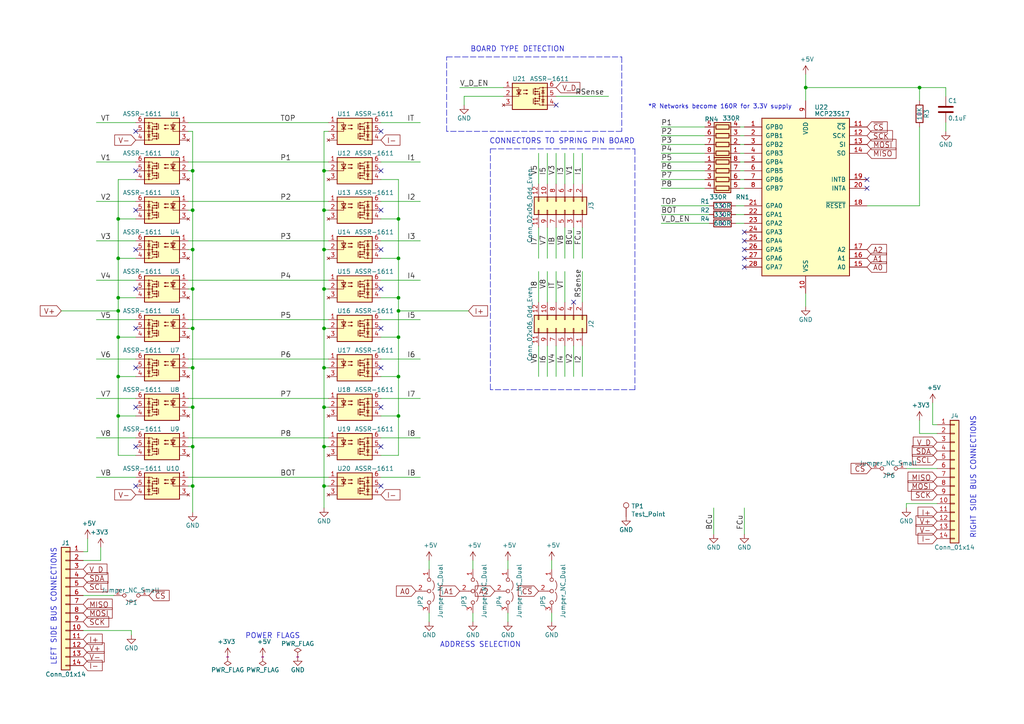
<source format=kicad_sch>
(kicad_sch (version 20210126) (generator eeschema)
  (paper "A4")
  (lib_symbols
    (symbol "Connector:TestPoint" (pin_numbers hide) (pin_names (offset 0.762) hide)
      (property "Reference" "TP" (at 0 6.858 0))
      (property "Value" "TestPoint" (at 0 5.08 0))
      (symbol "TestPoint_1_1"
        (pin passive line (at 0 0 90) (length 2.54) (name "1") (number "1"))
      )
    )
    (symbol "Connector_Generic:Conn_01x14" (pin_names (offset 1.016) hide)
      (property "Reference" "J" (at 0 17.78 0))
      (property "Value" "Conn_01x14" (at 0 -20.32 0))
      (symbol "Conn_01x14_1_1"
        (pin passive line (at -5.08 15.24 0) (length 3.81) (name "Pin_1") (number "1"))
        (pin passive line (at -5.08 -7.62 0) (length 3.81) (name "Pin_10") (number "10"))
        (pin passive line (at -5.08 -10.16 0) (length 3.81) (name "Pin_11") (number "11"))
        (pin passive line (at -5.08 -12.7 0) (length 3.81) (name "Pin_12") (number "12"))
        (pin passive line (at -5.08 -15.24 0) (length 3.81) (name "Pin_13") (number "13"))
        (pin passive line (at -5.08 -17.78 0) (length 3.81) (name "Pin_14") (number "14"))
        (pin passive line (at -5.08 12.7 0) (length 3.81) (name "Pin_2") (number "2"))
        (pin passive line (at -5.08 10.16 0) (length 3.81) (name "Pin_3") (number "3"))
        (pin passive line (at -5.08 7.62 0) (length 3.81) (name "Pin_4") (number "4"))
        (pin passive line (at -5.08 5.08 0) (length 3.81) (name "Pin_5") (number "5"))
        (pin passive line (at -5.08 2.54 0) (length 3.81) (name "Pin_6") (number "6"))
        (pin passive line (at -5.08 0 0) (length 3.81) (name "Pin_7") (number "7"))
        (pin passive line (at -5.08 -2.54 0) (length 3.81) (name "Pin_8") (number "8"))
        (pin passive line (at -5.08 -5.08 0) (length 3.81) (name "Pin_9") (number "9"))
      )
    )
    (symbol "Connector_Generic:Conn_02x06_Odd_Even" (pin_names (offset 1.016) hide)
      (property "Reference" "J" (at 1.27 7.62 0))
      (property "Value" "Conn_02x06_Odd_Even" (at 1.27 -10.16 0))
      (symbol "Conn_02x06_Odd_Even_1_1"
        (pin passive line (at -5.08 5.08 0) (length 3.81) (name "Pin_1") (number "1"))
        (pin passive line (at 7.62 -5.08 180) (length 3.81) (name "Pin_10") (number "10"))
        (pin passive line (at -5.08 -7.62 0) (length 3.81) (name "Pin_11") (number "11"))
        (pin passive line (at 7.62 -7.62 180) (length 3.81) (name "Pin_12") (number "12"))
        (pin passive line (at 7.62 5.08 180) (length 3.81) (name "Pin_2") (number "2"))
        (pin passive line (at -5.08 2.54 0) (length 3.81) (name "Pin_3") (number "3"))
        (pin passive line (at 7.62 2.54 180) (length 3.81) (name "Pin_4") (number "4"))
        (pin passive line (at -5.08 0 0) (length 3.81) (name "Pin_5") (number "5"))
        (pin passive line (at 7.62 0 180) (length 3.81) (name "Pin_6") (number "6"))
        (pin passive line (at -5.08 -2.54 0) (length 3.81) (name "Pin_7") (number "7"))
        (pin passive line (at 7.62 -2.54 180) (length 3.81) (name "Pin_8") (number "8"))
        (pin passive line (at -5.08 -5.08 0) (length 3.81) (name "Pin_9") (number "9"))
      )
    )
    (symbol "Device:C" (pin_numbers hide) (pin_names (offset 0.254))
      (property "Reference" "C" (at 0.635 2.54 0))
      (property "Value" "C" (at 0.635 -2.54 0))
      (symbol "C_1_1"
        (pin passive line (at 0 3.81 270) (length 2.794) (name "~") (number "1"))
        (pin passive line (at 0 -3.81 90) (length 2.794) (name "~") (number "2"))
      )
    )
    (symbol "Device:R" (pin_numbers hide) (pin_names (offset 0))
      (property "Reference" "R" (at 2.032 0 90))
      (property "Value" "R" (at 0 0 90))
      (symbol "R_1_1"
        (pin passive line (at 0 3.81 270) (length 1.27) (name "~") (number "1"))
        (pin passive line (at 0 -3.81 90) (length 1.27) (name "~") (number "2"))
      )
    )
    (symbol "Device:R_Pack04" (pin_names (offset 0) hide)
      (property "Reference" "RN" (at -7.62 0 90))
      (property "Value" "R_Pack04" (at 5.08 0 90))
      (symbol "R_Pack04_1_1"
        (pin passive line (at -5.08 -5.08 90) (length 2.54) (name "R1.1") (number "1"))
        (pin passive line (at -2.54 -5.08 90) (length 2.54) (name "R2.1") (number "2"))
        (pin passive line (at 0 -5.08 90) (length 2.54) (name "R3.1") (number "3"))
        (pin passive line (at 2.54 -5.08 90) (length 2.54) (name "R4.1") (number "4"))
        (pin passive line (at 2.54 5.08 270) (length 2.54) (name "R4.2") (number "5"))
        (pin passive line (at 0 5.08 270) (length 2.54) (name "R3.2") (number "6"))
        (pin passive line (at -2.54 5.08 270) (length 2.54) (name "R2.2") (number "7"))
        (pin passive line (at -5.08 5.08 270) (length 2.54) (name "R1.2") (number "8"))
      )
    )
    (symbol "Interface_Expansion:MCP23S17_SP" (pin_names (offset 1.016))
      (property "Reference" "U" (at -11.43 24.13 0))
      (property "Value" "MCP23S17_SP" (at 0 0 0))
      (symbol "MCP23S17_SP_1_1"
        (pin bidirectional line (at 17.78 20.32 180) (length 5.08) (name "GPB0") (number "1"))
        (pin power_in line (at 0 -27.94 90) (length 5.08) (name "VSS") (number "10"))
        (pin input line (at -17.78 20.32 0) (length 5.08) (name "~CS~") (number "11"))
        (pin input line (at -17.78 17.78 0) (length 5.08) (name "SCK") (number "12"))
        (pin input line (at -17.78 15.24 0) (length 5.08) (name "SI") (number "13"))
        (pin output line (at -17.78 12.7 0) (length 5.08) (name "SO") (number "14"))
        (pin input line (at -17.78 -20.32 0) (length 5.08) (name "A0") (number "15"))
        (pin input line (at -17.78 -17.78 0) (length 5.08) (name "A1") (number "16"))
        (pin input line (at -17.78 -15.24 0) (length 5.08) (name "A2") (number "17"))
        (pin input line (at -17.78 -2.54 0) (length 5.08) (name "~RESET~") (number "18"))
        (pin tri_state line (at -17.78 5.08 0) (length 5.08) (name "INTB") (number "19"))
        (pin bidirectional line (at 17.78 17.78 180) (length 5.08) (name "GPB1") (number "2"))
        (pin tri_state line (at -17.78 2.54 0) (length 5.08) (name "INTA") (number "20"))
        (pin bidirectional line (at 17.78 -2.54 180) (length 5.08) (name "GPA0") (number "21"))
        (pin bidirectional line (at 17.78 -5.08 180) (length 5.08) (name "GPA1") (number "22"))
        (pin bidirectional line (at 17.78 -7.62 180) (length 5.08) (name "GPA2") (number "23"))
        (pin bidirectional line (at 17.78 -10.16 180) (length 5.08) (name "GPA3") (number "24"))
        (pin bidirectional line (at 17.78 -12.7 180) (length 5.08) (name "GPA4") (number "25"))
        (pin bidirectional line (at 17.78 -15.24 180) (length 5.08) (name "GPA5") (number "26"))
        (pin bidirectional line (at 17.78 -17.78 180) (length 5.08) (name "GPA6") (number "27"))
        (pin bidirectional line (at 17.78 -20.32 180) (length 5.08) (name "GPA7") (number "28"))
        (pin bidirectional line (at 17.78 15.24 180) (length 5.08) (name "GPB2") (number "3"))
        (pin bidirectional line (at 17.78 12.7 180) (length 5.08) (name "GPB3") (number "4"))
        (pin bidirectional line (at 17.78 10.16 180) (length 5.08) (name "GPB4") (number "5"))
        (pin bidirectional line (at 17.78 7.62 180) (length 5.08) (name "GPB5") (number "6"))
        (pin bidirectional line (at 17.78 5.08 180) (length 5.08) (name "GPB6") (number "7"))
        (pin bidirectional line (at 17.78 2.54 180) (length 5.08) (name "GPB7") (number "8"))
        (pin power_in line (at 0 27.94 270) (length 5.08) (name "VDD") (number "9"))
      )
    )
    (symbol "Jumper:Jumper_2_Open" (pin_names (offset 0) hide)
      (property "Reference" "JP" (at 0 2.794 0))
      (property "Value" "Jumper_2_Open" (at 0 -2.286 0))
      (symbol "Jumper_2_Open_1_1"
        (pin passive line (at -5.08 0 0) (length 2.54) (name "A") (number "1"))
        (pin passive line (at 5.08 0 180) (length 2.54) (name "B") (number "2"))
      )
    )
    (symbol "Jumper:Jumper_3_Open" (pin_names (offset 0) hide)
      (property "Reference" "JP" (at -2.54 -2.54 0))
      (property "Value" "Jumper_3_Open" (at 0 2.794 0))
      (symbol "Jumper_3_Open_1_1"
        (pin passive line (at -6.35 0 0) (length 2.54) (name "A") (number "1"))
        (pin input line (at 0 -3.81 90) (length 2.54) (name "C") (number "2"))
        (pin passive line (at 6.35 0 180) (length 2.54) (name "B") (number "3"))
      )
    )
    (symbol "old_parts:ASSR-1611" (pin_names (offset 1.016))
      (property "Reference" "U" (at -5.08 5.08 0))
      (property "Value" "ASSR-1611" (at 0 5.08 0))
      (symbol "ASSR-1611_1_1"
        (pin passive line (at -7.62 2.54 0) (length 2.54) (name "~") (number "1"))
        (pin passive line (at -7.62 0 0) (length 2.54) (name "~") (number "2"))
        (pin no_connect line (at -7.62 -2.54 0) (length 2.54) (name "~") (number "3"))
        (pin passive line (at 7.62 -2.54 180) (length 2.54) (name "~") (number "4"))
        (pin passive line (at 7.62 0 180) (length 2.54) (name "~") (number "5"))
        (pin passive line (at 7.62 2.54 180) (length 2.54) (name "~") (number "6"))
      )
    )
    (symbol "power:+3V3" (power) (pin_names (offset 0))
      (property "Value" "+3V3" (at 0 3.556 0))
      (symbol "+3V3_1_1"
        (pin power_in line (at 0 0 90) (length 0) hide (name "+3V3") (number "1"))
      )
    )
    (symbol "power:+5V" (power) (pin_names (offset 0))
      (property "Value" "+5V" (at 0 3.556 0))
      (symbol "+5V_1_1"
        (pin power_in line (at 0 0 90) (length 0) hide (name "+5V") (number "1"))
      )
    )
    (symbol "power:GND" (power) (pin_names (offset 0))
      (property "Value" "GND" (at 0 -3.81 0))
      (symbol "GND_1_1"
        (pin power_in line (at 0 0 270) (length 0) hide (name "GND") (number "1"))
      )
    )
    (symbol "power:PWR_FLAG" (power) (pin_numbers hide) (pin_names (offset 0) hide)
      (property "Value" "PWR_FLAG" (at 0 3.81 0))
      (symbol "PWR_FLAG_0_0"
        (pin power_out line (at 0 0 90) (length 0) (name "pwr") (number "1"))
      )
    )
  )
  (junction (at 34.29 63.5) (diameter 0.9144))
  (junction (at 34.29 74.93) (diameter 0.9144))
  (junction (at 34.29 86.36) (diameter 0.9144))
  (junction (at 34.29 90.17) (diameter 0.9144))
  (junction (at 34.29 97.79) (diameter 0.9144))
  (junction (at 34.29 109.22) (diameter 0.9144))
  (junction (at 34.29 120.65) (diameter 0.9144))
  (junction (at 55.88 49.53) (diameter 0.9144))
  (junction (at 55.88 60.96) (diameter 0.9144))
  (junction (at 55.88 72.39) (diameter 0.9144))
  (junction (at 55.88 83.82) (diameter 0.9144))
  (junction (at 55.88 95.25) (diameter 0.9144))
  (junction (at 55.88 106.68) (diameter 0.9144))
  (junction (at 55.88 118.11) (diameter 0.9144))
  (junction (at 55.88 129.54) (diameter 0.9144))
  (junction (at 55.88 140.97) (diameter 0.9144))
  (junction (at 93.98 49.53) (diameter 0.9144))
  (junction (at 93.98 60.96) (diameter 0.9144))
  (junction (at 93.98 72.39) (diameter 0.9144))
  (junction (at 93.98 83.82) (diameter 0.9144))
  (junction (at 93.98 95.25) (diameter 0.9144))
  (junction (at 93.98 106.68) (diameter 0.9144))
  (junction (at 93.98 118.11) (diameter 0.9144))
  (junction (at 93.98 129.54) (diameter 0.9144))
  (junction (at 93.98 140.97) (diameter 0.9144))
  (junction (at 115.57 63.5) (diameter 0.9144))
  (junction (at 115.57 74.93) (diameter 0.9144))
  (junction (at 115.57 86.36) (diameter 0.9144))
  (junction (at 115.57 90.17) (diameter 0.9144))
  (junction (at 115.57 97.79) (diameter 0.9144))
  (junction (at 115.57 109.22) (diameter 0.9144))
  (junction (at 115.57 120.65) (diameter 0.9144))
  (junction (at 233.68 25.4) (diameter 0.9144))
  (junction (at 266.7 25.4) (diameter 0.9144))
  (no_connect (at 39.37 38.1))
  (no_connect (at 39.37 49.53))
  (no_connect (at 39.37 60.96))
  (no_connect (at 39.37 72.39))
  (no_connect (at 39.37 83.82))
  (no_connect (at 39.37 95.25))
  (no_connect (at 39.37 106.68))
  (no_connect (at 39.37 118.11))
  (no_connect (at 39.37 129.54))
  (no_connect (at 39.37 140.97))
  (no_connect (at 110.49 38.1))
  (no_connect (at 110.49 49.53))
  (no_connect (at 110.49 60.96))
  (no_connect (at 110.49 72.39))
  (no_connect (at 110.49 83.82))
  (no_connect (at 110.49 95.25))
  (no_connect (at 110.49 106.68))
  (no_connect (at 110.49 118.11))
  (no_connect (at 110.49 129.54))
  (no_connect (at 110.49 140.97))
  (no_connect (at 161.29 30.48))
  (no_connect (at 166.37 87.63))
  (no_connect (at 215.9 67.31))
  (no_connect (at 215.9 69.85))
  (no_connect (at 215.9 72.39))
  (no_connect (at 215.9 74.93))
  (no_connect (at 215.9 77.47))
  (no_connect (at 251.46 52.07))
  (no_connect (at 251.46 54.61))
  (wire (pts (xy 17.78 90.17) (xy 34.29 90.17)))
  (wire (pts (xy 24.13 160.02) (xy 25.4 160.02)))
  (wire (pts (xy 24.13 162.56) (xy 29.21 162.56)))
  (wire (pts (xy 24.13 172.72) (xy 33.02 172.72)))
  (wire (pts (xy 24.13 182.88) (xy 38.1 182.88)))
  (wire (pts (xy 25.4 156.21) (xy 25.4 160.02)))
  (wire (pts (xy 29.21 162.56) (xy 29.21 158.75)))
  (wire (pts (xy 34.29 52.07) (xy 34.29 63.5)))
  (wire (pts (xy 34.29 63.5) (xy 34.29 74.93)))
  (wire (pts (xy 34.29 74.93) (xy 34.29 86.36)))
  (wire (pts (xy 34.29 74.93) (xy 39.37 74.93)))
  (wire (pts (xy 34.29 86.36) (xy 34.29 90.17)))
  (wire (pts (xy 34.29 90.17) (xy 34.29 97.79)))
  (wire (pts (xy 34.29 97.79) (xy 34.29 109.22)))
  (wire (pts (xy 34.29 109.22) (xy 34.29 120.65)))
  (wire (pts (xy 34.29 120.65) (xy 34.29 132.08)))
  (wire (pts (xy 34.29 132.08) (xy 39.37 132.08)))
  (wire (pts (xy 38.1 182.88) (xy 38.1 184.15)))
  (wire (pts (xy 39.37 35.56) (xy 27.94 35.56)))
  (wire (pts (xy 39.37 46.99) (xy 27.94 46.99)))
  (wire (pts (xy 39.37 52.07) (xy 34.29 52.07)))
  (wire (pts (xy 39.37 58.42) (xy 27.94 58.42)))
  (wire (pts (xy 39.37 63.5) (xy 34.29 63.5)))
  (wire (pts (xy 39.37 69.85) (xy 27.94 69.85)))
  (wire (pts (xy 39.37 81.28) (xy 27.94 81.28)))
  (wire (pts (xy 39.37 86.36) (xy 34.29 86.36)))
  (wire (pts (xy 39.37 92.71) (xy 27.94 92.71)))
  (wire (pts (xy 39.37 97.79) (xy 34.29 97.79)))
  (wire (pts (xy 39.37 104.14) (xy 27.94 104.14)))
  (wire (pts (xy 39.37 109.22) (xy 34.29 109.22)))
  (wire (pts (xy 39.37 115.57) (xy 27.94 115.57)))
  (wire (pts (xy 39.37 120.65) (xy 34.29 120.65)))
  (wire (pts (xy 39.37 127) (xy 27.94 127)))
  (wire (pts (xy 39.37 138.43) (xy 27.94 138.43)))
  (wire (pts (xy 54.61 35.56) (xy 95.25 35.56)))
  (wire (pts (xy 54.61 46.99) (xy 95.25 46.99)))
  (wire (pts (xy 54.61 58.42) (xy 95.25 58.42)))
  (wire (pts (xy 54.61 69.85) (xy 95.25 69.85)))
  (wire (pts (xy 54.61 81.28) (xy 95.25 81.28)))
  (wire (pts (xy 54.61 92.71) (xy 95.25 92.71)))
  (wire (pts (xy 54.61 95.25) (xy 55.88 95.25)))
  (wire (pts (xy 54.61 104.14) (xy 95.25 104.14)))
  (wire (pts (xy 54.61 115.57) (xy 95.25 115.57)))
  (wire (pts (xy 54.61 127) (xy 95.25 127)))
  (wire (pts (xy 54.61 138.43) (xy 95.25 138.43)))
  (wire (pts (xy 55.88 38.1) (xy 54.61 38.1)))
  (wire (pts (xy 55.88 49.53) (xy 54.61 49.53)))
  (wire (pts (xy 55.88 49.53) (xy 55.88 38.1)))
  (wire (pts (xy 55.88 60.96) (xy 54.61 60.96)))
  (wire (pts (xy 55.88 60.96) (xy 55.88 49.53)))
  (wire (pts (xy 55.88 72.39) (xy 54.61 72.39)))
  (wire (pts (xy 55.88 72.39) (xy 55.88 60.96)))
  (wire (pts (xy 55.88 83.82) (xy 54.61 83.82)))
  (wire (pts (xy 55.88 83.82) (xy 55.88 72.39)))
  (wire (pts (xy 55.88 95.25) (xy 55.88 83.82)))
  (wire (pts (xy 55.88 106.68) (xy 54.61 106.68)))
  (wire (pts (xy 55.88 106.68) (xy 55.88 95.25)))
  (wire (pts (xy 55.88 118.11) (xy 54.61 118.11)))
  (wire (pts (xy 55.88 118.11) (xy 55.88 106.68)))
  (wire (pts (xy 55.88 129.54) (xy 54.61 129.54)))
  (wire (pts (xy 55.88 129.54) (xy 55.88 118.11)))
  (wire (pts (xy 55.88 140.97) (xy 54.61 140.97)))
  (wire (pts (xy 55.88 140.97) (xy 55.88 129.54)))
  (wire (pts (xy 55.88 148.59) (xy 55.88 140.97)))
  (wire (pts (xy 93.98 49.53) (xy 93.98 38.1)))
  (wire (pts (xy 93.98 49.53) (xy 95.25 49.53)))
  (wire (pts (xy 93.98 60.96) (xy 93.98 49.53)))
  (wire (pts (xy 93.98 60.96) (xy 95.25 60.96)))
  (wire (pts (xy 93.98 72.39) (xy 93.98 60.96)))
  (wire (pts (xy 93.98 72.39) (xy 95.25 72.39)))
  (wire (pts (xy 93.98 83.82) (xy 93.98 72.39)))
  (wire (pts (xy 93.98 83.82) (xy 95.25 83.82)))
  (wire (pts (xy 93.98 95.25) (xy 93.98 83.82)))
  (wire (pts (xy 93.98 106.68) (xy 93.98 95.25)))
  (wire (pts (xy 93.98 106.68) (xy 95.25 106.68)))
  (wire (pts (xy 93.98 118.11) (xy 93.98 106.68)))
  (wire (pts (xy 93.98 118.11) (xy 95.25 118.11)))
  (wire (pts (xy 93.98 129.54) (xy 93.98 118.11)))
  (wire (pts (xy 93.98 129.54) (xy 95.25 129.54)))
  (wire (pts (xy 93.98 140.97) (xy 93.98 129.54)))
  (wire (pts (xy 93.98 140.97) (xy 95.25 140.97)))
  (wire (pts (xy 93.98 147.32) (xy 93.98 140.97)))
  (wire (pts (xy 95.25 38.1) (xy 93.98 38.1)))
  (wire (pts (xy 95.25 95.25) (xy 93.98 95.25)))
  (wire (pts (xy 110.49 35.56) (xy 121.92 35.56)))
  (wire (pts (xy 110.49 46.99) (xy 121.92 46.99)))
  (wire (pts (xy 110.49 58.42) (xy 121.92 58.42)))
  (wire (pts (xy 110.49 63.5) (xy 115.57 63.5)))
  (wire (pts (xy 110.49 69.85) (xy 121.92 69.85)))
  (wire (pts (xy 110.49 74.93) (xy 115.57 74.93)))
  (wire (pts (xy 110.49 81.28) (xy 121.92 81.28)))
  (wire (pts (xy 110.49 86.36) (xy 115.57 86.36)))
  (wire (pts (xy 110.49 92.71) (xy 121.92 92.71)))
  (wire (pts (xy 110.49 97.79) (xy 115.57 97.79)))
  (wire (pts (xy 110.49 104.14) (xy 121.92 104.14)))
  (wire (pts (xy 110.49 109.22) (xy 115.57 109.22)))
  (wire (pts (xy 110.49 115.57) (xy 121.92 115.57)))
  (wire (pts (xy 110.49 120.65) (xy 115.57 120.65)))
  (wire (pts (xy 110.49 127) (xy 121.92 127)))
  (wire (pts (xy 110.49 132.08) (xy 115.57 132.08)))
  (wire (pts (xy 110.49 138.43) (xy 121.92 138.43)))
  (wire (pts (xy 115.57 52.07) (xy 110.49 52.07)))
  (wire (pts (xy 115.57 63.5) (xy 115.57 52.07)))
  (wire (pts (xy 115.57 74.93) (xy 115.57 63.5)))
  (wire (pts (xy 115.57 86.36) (xy 115.57 74.93)))
  (wire (pts (xy 115.57 90.17) (xy 115.57 86.36)))
  (wire (pts (xy 115.57 97.79) (xy 115.57 90.17)))
  (wire (pts (xy 115.57 109.22) (xy 115.57 97.79)))
  (wire (pts (xy 115.57 120.65) (xy 115.57 109.22)))
  (wire (pts (xy 115.57 132.08) (xy 115.57 120.65)))
  (wire (pts (xy 124.46 165.1) (xy 124.46 162.56)))
  (wire (pts (xy 124.46 177.8) (xy 124.46 180.34)))
  (wire (pts (xy 134.62 27.94) (xy 134.62 30.48)))
  (wire (pts (xy 134.62 27.94) (xy 146.05 27.94)))
  (wire (pts (xy 135.89 90.17) (xy 115.57 90.17)))
  (wire (pts (xy 137.16 165.1) (xy 137.16 162.56)))
  (wire (pts (xy 137.16 180.34) (xy 137.16 177.8)))
  (wire (pts (xy 146.05 25.4) (xy 133.35 25.4)))
  (wire (pts (xy 147.32 165.1) (xy 147.32 162.56)))
  (wire (pts (xy 147.32 177.8) (xy 147.32 180.34)))
  (wire (pts (xy 156.21 53.34) (xy 156.21 44.45)))
  (wire (pts (xy 156.21 66.04) (xy 156.21 74.93)))
  (wire (pts (xy 156.21 87.63) (xy 156.21 78.74)))
  (wire (pts (xy 156.21 100.33) (xy 156.21 109.22)))
  (wire (pts (xy 158.75 53.34) (xy 158.75 44.45)))
  (wire (pts (xy 158.75 66.04) (xy 158.75 74.93)))
  (wire (pts (xy 158.75 87.63) (xy 158.75 78.74)))
  (wire (pts (xy 158.75 100.33) (xy 158.75 109.22)))
  (wire (pts (xy 160.02 162.56) (xy 160.02 165.1)))
  (wire (pts (xy 160.02 177.8) (xy 160.02 180.34)))
  (wire (pts (xy 161.29 27.94) (xy 176.53 27.94)))
  (wire (pts (xy 161.29 53.34) (xy 161.29 44.45)))
  (wire (pts (xy 161.29 66.04) (xy 161.29 74.93)))
  (wire (pts (xy 161.29 87.63) (xy 161.29 78.74)))
  (wire (pts (xy 161.29 100.33) (xy 161.29 109.22)))
  (wire (pts (xy 163.83 53.34) (xy 163.83 44.45)))
  (wire (pts (xy 163.83 66.04) (xy 163.83 74.93)))
  (wire (pts (xy 163.83 87.63) (xy 163.83 78.74)))
  (wire (pts (xy 163.83 100.33) (xy 163.83 109.22)))
  (wire (pts (xy 166.37 53.34) (xy 166.37 44.45)))
  (wire (pts (xy 166.37 66.04) (xy 166.37 74.93)))
  (wire (pts (xy 166.37 100.33) (xy 166.37 109.22)))
  (wire (pts (xy 168.91 53.34) (xy 168.91 44.45)))
  (wire (pts (xy 168.91 66.04) (xy 168.91 74.93)))
  (wire (pts (xy 168.91 87.63) (xy 168.91 78.74)))
  (wire (pts (xy 168.91 100.33) (xy 168.91 109.22)))
  (wire (pts (xy 191.77 36.83) (xy 204.47 36.83)))
  (wire (pts (xy 191.77 39.37) (xy 204.47 39.37)))
  (wire (pts (xy 191.77 41.91) (xy 204.47 41.91)))
  (wire (pts (xy 191.77 44.45) (xy 204.47 44.45)))
  (wire (pts (xy 191.77 46.99) (xy 204.47 46.99)))
  (wire (pts (xy 191.77 49.53) (xy 204.47 49.53)))
  (wire (pts (xy 191.77 52.07) (xy 204.47 52.07)))
  (wire (pts (xy 191.77 54.61) (xy 204.47 54.61)))
  (wire (pts (xy 191.77 59.69) (xy 205.74 59.69)))
  (wire (pts (xy 191.77 62.23) (xy 205.74 62.23)))
  (wire (pts (xy 191.77 64.77) (xy 205.74 64.77)))
  (wire (pts (xy 207.01 154.94) (xy 207.01 147.32)))
  (wire (pts (xy 213.36 59.69) (xy 215.9 59.69)))
  (wire (pts (xy 213.36 62.23) (xy 215.9 62.23)))
  (wire (pts (xy 213.36 64.77) (xy 215.9 64.77)))
  (wire (pts (xy 215.9 36.83) (xy 214.63 36.83)))
  (wire (pts (xy 215.9 39.37) (xy 214.63 39.37)))
  (wire (pts (xy 215.9 41.91) (xy 214.63 41.91)))
  (wire (pts (xy 215.9 44.45) (xy 214.63 44.45)))
  (wire (pts (xy 215.9 46.99) (xy 214.63 46.99)))
  (wire (pts (xy 215.9 49.53) (xy 214.63 49.53)))
  (wire (pts (xy 215.9 52.07) (xy 214.63 52.07)))
  (wire (pts (xy 215.9 54.61) (xy 214.63 54.61)))
  (wire (pts (xy 215.9 154.94) (xy 215.9 147.32)))
  (wire (pts (xy 233.68 21.59) (xy 233.68 25.4)))
  (wire (pts (xy 233.68 25.4) (xy 233.68 29.21)))
  (wire (pts (xy 233.68 25.4) (xy 266.7 25.4)))
  (wire (pts (xy 233.68 85.09) (xy 233.68 88.9)))
  (wire (pts (xy 251.46 59.69) (xy 266.7 59.69)))
  (wire (pts (xy 262.89 135.89) (xy 271.78 135.89)))
  (wire (pts (xy 262.89 146.05) (xy 262.89 147.32)))
  (wire (pts (xy 262.89 146.05) (xy 271.78 146.05)))
  (wire (pts (xy 266.7 25.4) (xy 274.32 25.4)))
  (wire (pts (xy 266.7 29.21) (xy 266.7 25.4)))
  (wire (pts (xy 266.7 36.83) (xy 266.7 59.69)))
  (wire (pts (xy 266.7 125.73) (xy 266.7 121.92)))
  (wire (pts (xy 270.51 116.84) (xy 270.51 123.19)))
  (wire (pts (xy 271.78 123.19) (xy 270.51 123.19)))
  (wire (pts (xy 271.78 125.73) (xy 266.7 125.73)))
  (wire (pts (xy 274.32 25.4) (xy 274.32 27.94)))
  (wire (pts (xy 274.32 35.56) (xy 274.32 38.1)))
  (polyline (pts (xy 129.54 16.51) (xy 180.34 16.51)) (stroke (width 0) (type dash)))
  (polyline (pts (xy 129.54 38.1) (xy 129.54 16.51)) (stroke (width 0) (type dash)))
  (polyline (pts (xy 142.24 43.18) (xy 184.15 43.18)) (stroke (width 0) (type dash)))
  (polyline (pts (xy 142.24 113.03) (xy 142.24 43.18)) (stroke (width 0) (type dash)))
  (polyline (pts (xy 180.34 16.51) (xy 180.34 38.1)) (stroke (width 0) (type dash)))
  (polyline (pts (xy 180.34 38.1) (xy 129.54 38.1)) (stroke (width 0) (type dash)))
  (polyline (pts (xy 184.15 43.18) (xy 184.15 113.03)) (stroke (width 0) (type dash)))
  (polyline (pts (xy 184.15 113.03) (xy 142.24 113.03)) (stroke (width 0) (type dash)))
  (text "LEFT SIDE BUS CONNECTIONS" (at 16.51 193.04 90) (effects (font (size 1.524 1.524)) (justify left bottom)))
  (text "POWER FLAGS" (at 71.12 185.42 0) (effects (font (size 1.524 1.524)) (justify left bottom)))
  (text "ADDRESS SELECTION" (at 151.13 187.96 180) (effects (font (size 1.524 1.524)) (justify right bottom)))
  (text "BOARD TYPE DETECTION" (at 163.83 15.24 180) (effects (font (size 1.524 1.524)) (justify right bottom)))
  (text "CONNECTORS TO SPRING PIN BOARD" (at 184.15 41.91 180) (effects (font (size 1.524 1.524)) (justify right bottom)))
  (text "*R Networks become 160R for 3.3V supply" (at 187.96 31.75 0) (effects (font (size 1.27 1.27)) (justify left bottom)))
  (text "RIGHT SIDE BUS CONNECTIONS" (at 283.21 120.65 270) (effects (font (size 1.524 1.524)) (justify right bottom)))
  (label "VT" (at 29.21 35.56 0) (effects (font (size 1.524 1.524))))
  (label "V1" (at 29.21 46.99 0) (effects (font (size 1.524 1.524))))
  (label "V2" (at 29.21 58.42 0) (effects (font (size 1.524 1.524))))
  (label "V3" (at 29.21 69.85 0) (effects (font (size 1.524 1.524))))
  (label "V4" (at 29.21 81.28 0) (effects (font (size 1.524 1.524))))
  (label "V5" (at 29.21 92.71 0) (effects (font (size 1.524 1.524))))
  (label "V6" (at 29.21 104.14 0) (effects (font (size 1.524 1.524))))
  (label "V7" (at 29.21 115.57 0) (effects (font (size 1.524 1.524))))
  (label "V8" (at 29.21 127 0) (effects (font (size 1.524 1.524))))
  (label "VB" (at 29.21 138.43 0) (effects (font (size 1.524 1.524))))
  (label "TOP" (at 81.28 35.56 0) (effects (font (size 1.524 1.524))))
  (label "P1" (at 81.28 46.99 0) (effects (font (size 1.524 1.524))))
  (label "P2" (at 81.28 58.42 0) (effects (font (size 1.524 1.524))))
  (label "P3" (at 81.28 69.85 0) (effects (font (size 1.524 1.524))))
  (label "P4" (at 81.28 81.28 0) (effects (font (size 1.524 1.524))))
  (label "P5" (at 81.28 92.71 0) (effects (font (size 1.524 1.524))))
  (label "P6" (at 81.28 104.14 0) (effects (font (size 1.524 1.524))))
  (label "P7" (at 81.28 115.57 0) (effects (font (size 1.524 1.524))))
  (label "P8" (at 81.28 127 0) (effects (font (size 1.524 1.524))))
  (label "BOT" (at 81.28 138.43 0) (effects (font (size 1.524 1.524))))
  (label "IT" (at 118.11 35.56 0) (effects (font (size 1.524 1.524))))
  (label "I1" (at 118.11 46.99 0) (effects (font (size 1.524 1.524))))
  (label "I2" (at 118.11 58.42 0) (effects (font (size 1.524 1.524))))
  (label "I3" (at 118.11 69.85 0) (effects (font (size 1.524 1.524))))
  (label "I4" (at 118.11 81.28 0) (effects (font (size 1.524 1.524))))
  (label "I5" (at 118.11 92.71 0) (effects (font (size 1.524 1.524))))
  (label "I6" (at 118.11 104.14 0) (effects (font (size 1.524 1.524))))
  (label "I7" (at 118.11 115.57 0) (effects (font (size 1.524 1.524))))
  (label "I8" (at 118.11 127 0) (effects (font (size 1.524 1.524))))
  (label "IB" (at 118.11 138.43 0) (effects (font (size 1.524 1.524))))
  (label "V_D_EN" (at 133.35 25.4 0) (effects (font (size 1.524 1.524))))
  (label "V5" (at 156.21 50.8 90) (effects (font (size 1.524 1.524))))
  (label "I7" (at 156.21 71.12 90) (effects (font (size 1.524 1.524))))
  (label "I8" (at 156.21 83.82 90) (effects (font (size 1.524 1.524))))
  (label "V6" (at 156.21 105.41 90) (effects (font (size 1.524 1.524))))
  (label "I5" (at 158.75 50.8 90) (effects (font (size 1.524 1.524))))
  (label "V7" (at 158.75 71.12 90) (effects (font (size 1.524 1.524))))
  (label "V8" (at 158.75 83.82 90) (effects (font (size 1.524 1.524))))
  (label "I6" (at 158.75 105.41 90) (effects (font (size 1.524 1.524))))
  (label "V3" (at 161.29 50.8 90) (effects (font (size 1.524 1.524))))
  (label "IB" (at 161.29 71.12 90) (effects (font (size 1.524 1.524))))
  (label "IT" (at 161.29 83.82 90) (effects (font (size 1.524 1.524))))
  (label "V4" (at 161.29 105.41 90) (effects (font (size 1.524 1.524))))
  (label "I3" (at 163.83 50.8 90) (effects (font (size 1.524 1.524))))
  (label "VB" (at 163.83 71.12 90) (effects (font (size 1.524 1.524))))
  (label "VT" (at 163.83 83.82 90) (effects (font (size 1.524 1.524))))
  (label "I4" (at 163.83 105.41 90) (effects (font (size 1.524 1.524))))
  (label "V1" (at 166.37 50.8 90) (effects (font (size 1.524 1.524))))
  (label "BCu" (at 166.37 71.12 90) (effects (font (size 1.524 1.524))))
  (label "V2" (at 166.37 105.41 90) (effects (font (size 1.524 1.524))))
  (label "I1" (at 168.91 50.8 90) (effects (font (size 1.524 1.524))))
  (label "FCu" (at 168.91 71.12 90) (effects (font (size 1.524 1.524))))
  (label "RSense" (at 168.91 86.36 90) (effects (font (size 1.524 1.524))))
  (label "I2" (at 168.91 105.41 90) (effects (font (size 1.524 1.524))))
  (label "RSense" (at 175.26 27.94 180) (effects (font (size 1.524 1.524))))
  (label "P1" (at 191.77 36.83 0) (effects (font (size 1.524 1.524))))
  (label "P2" (at 191.77 39.37 0) (effects (font (size 1.524 1.524))))
  (label "P3" (at 191.77 41.91 0) (effects (font (size 1.524 1.524))))
  (label "P4" (at 191.77 44.45 0) (effects (font (size 1.524 1.524))))
  (label "P5" (at 191.77 46.99 0) (effects (font (size 1.524 1.524))))
  (label "P6" (at 191.77 49.53 0) (effects (font (size 1.524 1.524))))
  (label "P7" (at 191.77 52.07 0) (effects (font (size 1.524 1.524))))
  (label "P8" (at 191.77 54.61 0) (effects (font (size 1.524 1.524))))
  (label "TOP" (at 191.77 59.69 0) (effects (font (size 1.524 1.524))))
  (label "BOT" (at 191.77 62.23 0) (effects (font (size 1.524 1.524))))
  (label "V_D_EN" (at 191.77 64.77 0) (effects (font (size 1.524 1.524))))
  (label "BCu" (at 207.01 153.67 90) (effects (font (size 1.524 1.524))))
  (label "FCu" (at 215.9 153.67 90) (effects (font (size 1.524 1.524))))
  (global_label "V+" (shape input) (at 17.78 90.17 180) (effects (font (size 1.524 1.524))) (property "Intersheet References" "${INTERSHEET_REFS}" (effects hide)))
  (global_label "V_D" (shape input) (at 24.13 165.1 0) (effects (font (size 1.524 1.524))) (property "Intersheet References" "${INTERSHEET_REFS}" (effects hide)))
  (global_label "SDA" (shape input) (at 24.13 167.64 0) (effects (font (size 1.524 1.524))) (property "Intersheet References" "${INTERSHEET_REFS}" (effects hide)))
  (global_label "SCL" (shape input) (at 24.13 170.18 0) (effects (font (size 1.524 1.524))) (property "Intersheet References" "${INTERSHEET_REFS}" (effects hide)))
  (global_label "MISO" (shape input) (at 24.13 175.26 0) (effects (font (size 1.524 1.524))) (property "Intersheet References" "${INTERSHEET_REFS}" (effects hide)))
  (global_label "MOSI" (shape input) (at 24.13 177.8 0) (effects (font (size 1.524 1.524))) (property "Intersheet References" "${INTERSHEET_REFS}" (effects hide)))
  (global_label "SCK" (shape input) (at 24.13 180.34 0) (effects (font (size 1.524 1.524))) (property "Intersheet References" "${INTERSHEET_REFS}" (effects hide)))
  (global_label "I+" (shape input) (at 24.13 185.42 0) (effects (font (size 1.524 1.524))) (property "Intersheet References" "${INTERSHEET_REFS}" (effects hide)))
  (global_label "V+" (shape input) (at 24.13 187.96 0) (effects (font (size 1.524 1.524))) (property "Intersheet References" "${INTERSHEET_REFS}" (effects hide)))
  (global_label "V-" (shape input) (at 24.13 190.5 0) (effects (font (size 1.524 1.524))) (property "Intersheet References" "${INTERSHEET_REFS}" (effects hide)))
  (global_label "I-" (shape input) (at 24.13 193.04 0) (effects (font (size 1.524 1.524))) (property "Intersheet References" "${INTERSHEET_REFS}" (effects hide)))
  (global_label "V-" (shape input) (at 39.37 40.64 180) (effects (font (size 1.524 1.524))) (property "Intersheet References" "${INTERSHEET_REFS}" (effects hide)))
  (global_label "V-" (shape input) (at 39.37 143.51 180) (effects (font (size 1.524 1.524))) (property "Intersheet References" "${INTERSHEET_REFS}" (effects hide)))
  (global_label "~CS" (shape input) (at 43.18 172.72 0) (effects (font (size 1.524 1.524))) (property "Intersheet References" "${INTERSHEET_REFS}" (effects hide)))
  (global_label "I-" (shape input) (at 110.49 40.64 0) (effects (font (size 1.524 1.524))) (property "Intersheet References" "${INTERSHEET_REFS}" (effects hide)))
  (global_label "I-" (shape input) (at 110.49 143.51 0) (effects (font (size 1.524 1.524))) (property "Intersheet References" "${INTERSHEET_REFS}" (effects hide)))
  (global_label "A0" (shape input) (at 120.65 171.45 180) (effects (font (size 1.524 1.524))) (property "Intersheet References" "${INTERSHEET_REFS}" (effects hide)))
  (global_label "A1" (shape input) (at 133.35 171.45 180) (effects (font (size 1.524 1.524))) (property "Intersheet References" "${INTERSHEET_REFS}" (effects hide)))
  (global_label "I+" (shape input) (at 135.89 90.17 0) (effects (font (size 1.524 1.524))) (property "Intersheet References" "${INTERSHEET_REFS}" (effects hide)))
  (global_label "A2" (shape input) (at 143.51 171.45 180) (effects (font (size 1.524 1.524))) (property "Intersheet References" "${INTERSHEET_REFS}" (effects hide)))
  (global_label "~CS" (shape input) (at 156.21 171.45 180) (effects (font (size 1.524 1.524))) (property "Intersheet References" "${INTERSHEET_REFS}" (effects hide)))
  (global_label "V_D" (shape input) (at 161.29 25.4 0) (effects (font (size 1.524 1.524))) (property "Intersheet References" "${INTERSHEET_REFS}" (effects hide)))
  (global_label "~CS" (shape input) (at 251.46 36.83 0) (effects (font (size 1.524 1.524))) (property "Intersheet References" "${INTERSHEET_REFS}" (effects hide)))
  (global_label "SCK" (shape input) (at 251.46 39.37 0) (effects (font (size 1.524 1.524))) (property "Intersheet References" "${INTERSHEET_REFS}" (effects hide)))
  (global_label "MOSI" (shape input) (at 251.46 41.91 0) (effects (font (size 1.524 1.524))) (property "Intersheet References" "${INTERSHEET_REFS}" (effects hide)))
  (global_label "MISO" (shape input) (at 251.46 44.45 0) (effects (font (size 1.524 1.524))) (property "Intersheet References" "${INTERSHEET_REFS}" (effects hide)))
  (global_label "A2" (shape input) (at 251.46 72.39 0) (effects (font (size 1.524 1.524))) (property "Intersheet References" "${INTERSHEET_REFS}" (effects hide)))
  (global_label "A1" (shape input) (at 251.46 74.93 0) (effects (font (size 1.524 1.524))) (property "Intersheet References" "${INTERSHEET_REFS}" (effects hide)))
  (global_label "A0" (shape input) (at 251.46 77.47 0) (effects (font (size 1.524 1.524))) (property "Intersheet References" "${INTERSHEET_REFS}" (effects hide)))
  (global_label "~CS" (shape input) (at 252.73 135.89 180) (effects (font (size 1.524 1.524))) (property "Intersheet References" "${INTERSHEET_REFS}" (effects hide)))
  (global_label "V_D" (shape input) (at 271.78 128.27 180) (effects (font (size 1.524 1.524))) (property "Intersheet References" "${INTERSHEET_REFS}" (effects hide)))
  (global_label "SDA" (shape input) (at 271.78 130.81 180) (effects (font (size 1.524 1.524))) (property "Intersheet References" "${INTERSHEET_REFS}" (effects hide)))
  (global_label "SCL" (shape input) (at 271.78 133.35 180) (effects (font (size 1.524 1.524))) (property "Intersheet References" "${INTERSHEET_REFS}" (effects hide)))
  (global_label "MISO" (shape input) (at 271.78 138.43 180) (effects (font (size 1.524 1.524))) (property "Intersheet References" "${INTERSHEET_REFS}" (effects hide)))
  (global_label "MOSI" (shape input) (at 271.78 140.97 180) (effects (font (size 1.524 1.524))) (property "Intersheet References" "${INTERSHEET_REFS}" (effects hide)))
  (global_label "SCK" (shape input) (at 271.78 143.51 180) (effects (font (size 1.524 1.524))) (property "Intersheet References" "${INTERSHEET_REFS}" (effects hide)))
  (global_label "I+" (shape input) (at 271.78 148.59 180) (effects (font (size 1.524 1.524))) (property "Intersheet References" "${INTERSHEET_REFS}" (effects hide)))
  (global_label "V+" (shape input) (at 271.78 151.13 180) (effects (font (size 1.524 1.524))) (property "Intersheet References" "${INTERSHEET_REFS}" (effects hide)))
  (global_label "V-" (shape input) (at 271.78 153.67 180) (effects (font (size 1.524 1.524))) (property "Intersheet References" "${INTERSHEET_REFS}" (effects hide)))
  (global_label "I-" (shape input) (at 271.78 156.21 180) (effects (font (size 1.524 1.524))) (property "Intersheet References" "${INTERSHEET_REFS}" (effects hide)))
  (symbol (lib_id "power:PWR_FLAG") (at 66.04 190.5 0) (mirror x) (unit 1)
    (property "Reference" "#FLG011" (effects hide))
    (property "Value" "PWR_FLAG" (at 66.04 194.31 0))
    (property "Datasheet" "~" (at 66.04 190.5 0))
  )
  (symbol (lib_id "power:PWR_FLAG") (at 76.2 190.5 180) (unit 1)
    (property "Reference" "#FLG09" (effects hide))
    (property "Value" "PWR_FLAG" (at 76.2 194.31 0))
    (property "Datasheet" "~" (at 76.2 190.5 0))
  )
  (symbol (lib_id "power:PWR_FLAG") (at 86.36 190.5 0) (unit 1)
    (property "Reference" "#FLG010" (effects hide))
    (property "Value" "PWR_FLAG" (at 86.36 186.69 0))
    (property "Datasheet" "~" (at 86.36 190.5 0))
  )
  (symbol (lib_id "Connector:TestPoint") (at 181.61 149.86 0) (unit 1)
    (property "Reference" "TP1" (at 183.0832 146.812 0) (effects (justify left)))
    (property "Value" "Test_Point" (at 183.0832 149.1234 0) (effects (justify left)))
    (property "Footprint" "old_footprints:Test_Point_S1751-46R" (effects hide))
    (property "farnell code" "2293786" (effects hide))
  )
  (symbol (lib_id "power:+5V") (at 25.4 156.21 0) (unit 1)
    (property "Reference" "#PWR0102" (effects hide))
    (property "Value" "+5V" (at 25.781 151.8158 0))
  )
  (symbol (lib_id "power:+3V3") (at 29.21 158.75 0) (mirror y) (unit 1)
    (property "Reference" "#PWR024" (effects hide))
    (property "Value" "+3V3" (at 28.829 154.3558 0))
  )
  (symbol (lib_id "power:+3V3") (at 66.04 190.5 0) (mirror y) (unit 1)
    (property "Reference" "#PWR012" (effects hide))
    (property "Value" "+3V3" (at 65.659 186.1058 0))
  )
  (symbol (lib_id "power:+5V") (at 76.2 190.5 0) (unit 1)
    (property "Reference" "#PWR0101" (effects hide))
    (property "Value" "+5V" (at 76.581 186.1058 0))
  )
  (symbol (lib_id "power:+5V") (at 124.46 162.56 0) (unit 1)
    (property "Reference" "#PWR0103" (effects hide))
    (property "Value" "+5V" (at 124.841 158.1658 0))
  )
  (symbol (lib_id "power:+5V") (at 137.16 162.56 0) (unit 1)
    (property "Reference" "#PWR0104" (effects hide))
    (property "Value" "+5V" (at 137.541 158.1658 0))
  )
  (symbol (lib_id "power:+5V") (at 147.32 162.56 0) (unit 1)
    (property "Reference" "#PWR0105" (effects hide))
    (property "Value" "+5V" (at 147.701 158.1658 0))
  )
  (symbol (lib_id "power:+5V") (at 160.02 162.56 0) (unit 1)
    (property "Reference" "#PWR0106" (effects hide))
    (property "Value" "+5V" (at 160.401 158.1658 0))
  )
  (symbol (lib_id "power:+5V") (at 233.68 21.59 0) (unit 1)
    (property "Reference" "#PWR0108" (effects hide))
    (property "Value" "+5V" (at 234.061 17.1958 0))
  )
  (symbol (lib_id "power:+3V3") (at 266.7 121.92 0) (unit 1)
    (property "Reference" "#PWR020" (effects hide))
    (property "Value" "+3V3" (at 267.081 117.5258 0))
  )
  (symbol (lib_id "power:+5V") (at 270.51 116.84 0) (unit 1)
    (property "Reference" "#PWR0107" (effects hide))
    (property "Value" "+5V" (at 270.891 112.4458 0))
  )
  (symbol (lib_id "power:GND") (at 38.1 184.15 0) (mirror y) (unit 1)
    (property "Reference" "#PWR022" (effects hide))
    (property "Value" "GND" (at 38.1 187.96 0))
  )
  (symbol (lib_id "power:GND") (at 55.88 148.59 0) (unit 1)
    (property "Reference" "#PWR021" (effects hide))
    (property "Value" "GND" (at 55.88 152.4 0))
  )
  (symbol (lib_id "power:GND") (at 86.36 190.5 0) (unit 1)
    (property "Reference" "#PWR07" (effects hide))
    (property "Value" "GND" (at 86.36 194.31 0))
  )
  (symbol (lib_id "power:GND") (at 93.98 147.32 0) (unit 1)
    (property "Reference" "#PWR0109" (effects hide))
    (property "Value" "GND" (at 93.98 151.13 0))
  )
  (symbol (lib_id "power:GND") (at 124.46 180.34 0) (mirror y) (unit 1)
    (property "Reference" "#PWR01" (effects hide))
    (property "Value" "GND" (at 124.46 184.15 0))
  )
  (symbol (lib_id "power:GND") (at 134.62 30.48 0) (unit 1)
    (property "Reference" "#PWR010" (effects hide))
    (property "Value" "GND" (at 134.62 34.29 0))
  )
  (symbol (lib_id "power:GND") (at 137.16 180.34 0) (mirror y) (unit 1)
    (property "Reference" "#PWR03" (effects hide))
    (property "Value" "GND" (at 137.16 184.15 0))
  )
  (symbol (lib_id "power:GND") (at 147.32 180.34 0) (mirror y) (unit 1)
    (property "Reference" "#PWR05" (effects hide))
    (property "Value" "GND" (at 147.32 184.15 0))
  )
  (symbol (lib_id "power:GND") (at 160.02 180.34 0) (mirror y) (unit 1)
    (property "Reference" "#PWR013" (effects hide))
    (property "Value" "GND" (at 160.02 184.15 0))
  )
  (symbol (lib_id "power:GND") (at 181.61 149.86 0) (unit 1)
    (property "Reference" "#PWR011" (effects hide))
    (property "Value" "GND" (at 181.61 153.67 0))
  )
  (symbol (lib_id "power:GND") (at 207.01 154.94 0) (unit 1)
    (property "Reference" "#PWR027" (effects hide))
    (property "Value" "GND" (at 207.01 158.75 0))
  )
  (symbol (lib_id "power:GND") (at 215.9 154.94 0) (unit 1)
    (property "Reference" "#PWR028" (effects hide))
    (property "Value" "GND" (at 215.9 158.75 0))
  )
  (symbol (lib_id "power:GND") (at 233.68 88.9 0) (unit 1)
    (property "Reference" "#PWR017" (effects hide))
    (property "Value" "GND" (at 233.68 92.71 0))
  )
  (symbol (lib_id "power:GND") (at 262.89 147.32 0) (unit 1)
    (property "Reference" "#PWR018" (effects hide))
    (property "Value" "GND" (at 262.89 151.13 0))
  )
  (symbol (lib_id "power:GND") (at 274.32 38.1 0) (unit 1)
    (property "Reference" "#PWR015" (effects hide))
    (property "Value" "GND" (at 274.32 41.91 0))
  )
  (symbol (lib_id "Device:R") (at 209.55 59.69 270) (unit 1)
    (property "Reference" "R1" (at 204.47 58.42 90))
    (property "Value" "330R" (at 209.55 59.69 90))
    (property "Footprint" "Resistor_SMD:R_1206_3216Metric_Pad1.30x1.75mm_HandSolder" (effects hide))
    (property "Datasheet" "~" (at 209.55 59.69 0))
    (property "farnellCode" "2073607" (effects hide))
  )
  (symbol (lib_id "Device:R") (at 209.55 62.23 270) (unit 1)
    (property "Reference" "R2" (at 204.47 60.96 90))
    (property "Value" "330R" (at 209.55 62.23 90))
    (property "Footprint" "Resistor_SMD:R_1206_3216Metric_Pad1.30x1.75mm_HandSolder" (effects hide))
    (property "Datasheet" "~" (at 209.55 62.23 0))
    (property "farnellCode" "2073607" (effects hide))
  )
  (symbol (lib_id "Device:R") (at 209.55 64.77 270) (unit 1)
    (property "Reference" "R4" (at 204.47 63.5 90))
    (property "Value" "680R" (at 209.55 64.77 90))
    (property "Footprint" "Resistor_SMD:R_1206_3216Metric_Pad1.30x1.75mm_HandSolder" (effects hide))
    (property "Datasheet" "~" (at 209.55 64.77 0))
    (property "farnellCode" "2694489" (effects hide))
  )
  (symbol (lib_id "Device:R") (at 266.7 33.02 0) (unit 1)
    (property "Reference" "R3" (at 268.732 33.02 90))
    (property "Value" "10K" (at 266.7 33.02 90))
    (property "Footprint" "Resistor_SMD:R_1206_3216Metric_Pad1.30x1.75mm_HandSolder" (effects hide))
    (property "Datasheet" "~" (at 266.7 33.02 0))
    (property "farnellCode" "2826357" (effects hide))
  )
  (symbol (lib_id "Jumper:Jumper_2_Open") (at 38.1 172.72 180) (unit 1)
    (property "Reference" "JP1" (at 38.1 174.752 0))
    (property "Value" "Jumper_NC_Small" (at 37.846 171.196 0))
    (property "Footprint" "Jumper:SolderJumper-2_P1.3mm_Open_RoundedPad1.0x1.5mm" (effects hide))
  )
  (symbol (lib_id "Jumper:Jumper_2_Open") (at 257.81 135.89 180) (unit 1)
    (property "Reference" "JP6" (at 257.81 137.922 0))
    (property "Value" "Jumper_NC_Small" (at 257.556 134.366 0))
    (property "Footprint" "Jumper:SolderJumper-2_P1.3mm_Open_RoundedPad1.0x1.5mm" (effects hide))
  )
  (symbol (lib_id "Device:C") (at 274.32 31.75 0) (unit 1)
    (property "Reference" "C1" (at 274.955 29.21 0) (effects (justify left)))
    (property "Value" "0.1uF" (at 274.955 34.29 0) (effects (justify left)))
    (property "Footprint" "Capacitor_SMD:C_1206_3216Metric_Pad1.33x1.80mm_HandSolder" (effects hide))
    (property "farnellCode" "1759312" (effects hide))
  )
  (symbol (lib_id "Jumper:Jumper_3_Open") (at 124.46 171.45 270) (unit 1)
    (property "Reference" "JP2" (at 121.92 172.72 0) (effects (justify left)))
    (property "Value" "Jumper_NC_Dual" (at 127 171.45 0) (effects (justify bottom)))
    (property "Footprint" "Jumper:SolderJumper-3_P1.3mm_Open_RoundedPad1.0x1.5mm_NumberLabels" (effects hide))
  )
  (symbol (lib_id "Jumper:Jumper_3_Open") (at 137.16 171.45 270) (unit 1)
    (property "Reference" "JP3" (at 134.62 172.72 0) (effects (justify left)))
    (property "Value" "Jumper_NC_Dual" (at 139.7 171.45 0) (effects (justify bottom)))
    (property "Footprint" "Jumper:SolderJumper-3_P1.3mm_Open_RoundedPad1.0x1.5mm_NumberLabels" (effects hide))
  )
  (symbol (lib_id "Jumper:Jumper_3_Open") (at 147.32 171.45 270) (unit 1)
    (property "Reference" "JP4" (at 144.78 172.72 0) (effects (justify left)))
    (property "Value" "Jumper_NC_Dual" (at 149.86 171.45 0) (effects (justify bottom)))
    (property "Footprint" "Jumper:SolderJumper-3_P1.3mm_Open_RoundedPad1.0x1.5mm_NumberLabels" (effects hide))
  )
  (symbol (lib_id "Jumper:Jumper_3_Open") (at 160.02 171.45 270) (unit 1)
    (property "Reference" "JP5" (at 157.48 172.72 0) (effects (justify left)))
    (property "Value" "Jumper_NC_Dual" (at 162.56 171.45 0) (effects (justify bottom)))
    (property "Footprint" "Jumper:SolderJumper-3_P1.3mm_Open_RoundedPad1.0x1.5mm_NumberLabels" (effects hide))
  )
  (symbol (lib_id "Device:R_Pack04") (at 209.55 39.37 90) (unit 1)
    (property "Reference" "RN4" (at 208.3816 34.5948 90) (effects (justify left)))
    (property "Value" "330R" (at 214.63 34.29 90) (effects (justify left)))
    (property "Footprint" "Resistor_SMD:R_Array_Convex_4x1206" (effects hide))
    (property "digikey" "744C083331JPCT-ND" (effects hide))
  )
  (symbol (lib_id "Device:R_Pack04") (at 209.55 52.07 270) (unit 1)
    (property "Reference" "RN1" (at 213.36 57.15 90) (effects (justify left)))
    (property "Value" "330R" (at 205.74 57.15 90) (effects (justify left)))
    (property "Footprint" "Resistor_SMD:R_Array_Convex_4x1206" (effects hide))
    (property "digikey" "744C083331JPCT-ND" (effects hide))
  )
  (symbol (lib_id "old_parts:ASSR-1611") (at 46.99 38.1 0) (mirror y) (unit 1)
    (property "Reference" "U1" (at 52.07 33.02 0) (effects (justify left)))
    (property "Value" "ASSR-1611" (at 46.99 33.02 0) (effects (justify left)))
    (property "Footprint" "Package_DIP:DIP-6_W7.62mm" (effects hide))
    (property "farnellCode" "1708441" (effects hide))
  )
  (symbol (lib_id "old_parts:ASSR-1611") (at 46.99 49.53 0) (mirror y) (unit 1)
    (property "Reference" "U2" (at 52.07 44.45 0) (effects (justify left)))
    (property "Value" "ASSR-1611" (at 46.99 44.45 0) (effects (justify left)))
    (property "Footprint" "Package_DIP:DIP-6_W7.62mm" (effects hide))
    (property "farnellCode" "1708441" (effects hide))
  )
  (symbol (lib_id "old_parts:ASSR-1611") (at 46.99 60.96 0) (mirror y) (unit 1)
    (property "Reference" "U3" (at 52.07 55.88 0) (effects (justify left)))
    (property "Value" "ASSR-1611" (at 46.99 55.88 0) (effects (justify left)))
    (property "Footprint" "Package_DIP:DIP-6_W7.62mm" (effects hide))
    (property "farnellCode" "1708441" (effects hide))
  )
  (symbol (lib_id "old_parts:ASSR-1611") (at 46.99 72.39 0) (mirror y) (unit 1)
    (property "Reference" "U4" (at 52.07 67.31 0) (effects (justify left)))
    (property "Value" "ASSR-1611" (at 46.99 67.31 0) (effects (justify left)))
    (property "Footprint" "Package_DIP:DIP-6_W7.62mm" (effects hide))
    (property "farnellCode" "1708441" (effects hide))
  )
  (symbol (lib_id "old_parts:ASSR-1611") (at 46.99 83.82 0) (mirror y) (unit 1)
    (property "Reference" "U5" (at 52.07 78.74 0) (effects (justify left)))
    (property "Value" "ASSR-1611" (at 46.99 78.74 0) (effects (justify left)))
    (property "Footprint" "Package_DIP:DIP-6_W7.62mm" (effects hide))
    (property "farnellCode" "1708441" (effects hide))
  )
  (symbol (lib_id "old_parts:ASSR-1611") (at 46.99 95.25 0) (mirror y) (unit 1)
    (property "Reference" "U6" (at 52.07 90.17 0) (effects (justify left)))
    (property "Value" "ASSR-1611" (at 46.99 90.17 0) (effects (justify left)))
    (property "Footprint" "Package_DIP:DIP-6_W7.62mm" (effects hide))
    (property "farnellCode" "1708441" (effects hide))
  )
  (symbol (lib_id "old_parts:ASSR-1611") (at 46.99 106.68 0) (mirror y) (unit 1)
    (property "Reference" "U7" (at 52.07 101.6 0) (effects (justify left)))
    (property "Value" "ASSR-1611" (at 46.99 101.6 0) (effects (justify left)))
    (property "Footprint" "Package_DIP:DIP-6_W7.62mm" (effects hide))
    (property "farnellCode" "1708441" (effects hide))
  )
  (symbol (lib_id "old_parts:ASSR-1611") (at 46.99 118.11 0) (mirror y) (unit 1)
    (property "Reference" "U8" (at 52.07 113.03 0) (effects (justify left)))
    (property "Value" "ASSR-1611" (at 46.99 113.03 0) (effects (justify left)))
    (property "Footprint" "Package_DIP:DIP-6_W7.62mm" (effects hide))
    (property "farnellCode" "1708441" (effects hide))
  )
  (symbol (lib_id "old_parts:ASSR-1611") (at 46.99 129.54 0) (mirror y) (unit 1)
    (property "Reference" "U9" (at 52.07 124.46 0) (effects (justify left)))
    (property "Value" "ASSR-1611" (at 46.99 124.46 0) (effects (justify left)))
    (property "Footprint" "Package_DIP:DIP-6_W7.62mm" (effects hide))
    (property "farnellCode" "1708441" (effects hide))
  )
  (symbol (lib_id "old_parts:ASSR-1611") (at 46.99 140.97 0) (mirror y) (unit 1)
    (property "Reference" "U10" (at 52.07 135.89 0) (effects (justify left)))
    (property "Value" "ASSR-1611" (at 46.99 135.89 0) (effects (justify left)))
    (property "Footprint" "Package_DIP:DIP-6_W7.62mm" (effects hide))
    (property "farnellCode" "1708441" (effects hide))
  )
  (symbol (lib_id "old_parts:ASSR-1611") (at 102.87 38.1 0) (unit 1)
    (property "Reference" "U11" (at 97.79 33.02 0) (effects (justify left)))
    (property "Value" "ASSR-1611" (at 102.87 33.02 0) (effects (justify left)))
    (property "Footprint" "Package_DIP:DIP-6_W7.62mm" (effects hide))
    (property "farnellCode" "1708441" (effects hide))
  )
  (symbol (lib_id "old_parts:ASSR-1611") (at 102.87 49.53 0) (unit 1)
    (property "Reference" "U12" (at 97.79 44.45 0) (effects (justify left)))
    (property "Value" "ASSR-1611" (at 102.87 44.45 0) (effects (justify left)))
    (property "Footprint" "Package_DIP:DIP-6_W7.62mm" (effects hide))
    (property "farnellCode" "1708441" (effects hide))
  )
  (symbol (lib_id "old_parts:ASSR-1611") (at 102.87 60.96 0) (unit 1)
    (property "Reference" "U13" (at 97.79 55.88 0) (effects (justify left)))
    (property "Value" "ASSR-1611" (at 102.87 55.88 0) (effects (justify left)))
    (property "Footprint" "Package_DIP:DIP-6_W7.62mm" (effects hide))
    (property "farnellCode" "1708441" (effects hide))
  )
  (symbol (lib_id "old_parts:ASSR-1611") (at 102.87 72.39 0) (unit 1)
    (property "Reference" "U14" (at 97.79 67.31 0) (effects (justify left)))
    (property "Value" "ASSR-1611" (at 102.87 67.31 0) (effects (justify left)))
    (property "Footprint" "Package_DIP:DIP-6_W7.62mm" (effects hide))
    (property "farnellCode" "1708441" (effects hide))
  )
  (symbol (lib_id "old_parts:ASSR-1611") (at 102.87 83.82 0) (unit 1)
    (property "Reference" "U15" (at 97.79 78.74 0) (effects (justify left)))
    (property "Value" "ASSR-1611" (at 102.87 78.74 0) (effects (justify left)))
    (property "Footprint" "Package_DIP:DIP-6_W7.62mm" (effects hide))
    (property "farnellCode" "1708441" (effects hide))
  )
  (symbol (lib_id "old_parts:ASSR-1611") (at 102.87 95.25 0) (unit 1)
    (property "Reference" "U16" (at 97.79 90.17 0) (effects (justify left)))
    (property "Value" "ASSR-1611" (at 102.87 90.17 0) (effects (justify left)))
    (property "Footprint" "Package_DIP:DIP-6_W7.62mm" (effects hide))
    (property "farnellCode" "1708441" (effects hide))
  )
  (symbol (lib_id "old_parts:ASSR-1611") (at 102.87 106.68 0) (unit 1)
    (property "Reference" "U17" (at 97.79 101.6 0) (effects (justify left)))
    (property "Value" "ASSR-1611" (at 102.87 101.6 0) (effects (justify left)))
    (property "Footprint" "Package_DIP:DIP-6_W7.62mm" (effects hide))
    (property "farnellCode" "1708441" (effects hide))
  )
  (symbol (lib_id "old_parts:ASSR-1611") (at 102.87 118.11 0) (unit 1)
    (property "Reference" "U18" (at 97.79 113.03 0) (effects (justify left)))
    (property "Value" "ASSR-1611" (at 102.87 113.03 0) (effects (justify left)))
    (property "Footprint" "Package_DIP:DIP-6_W7.62mm" (effects hide))
    (property "farnellCode" "1708441" (effects hide))
  )
  (symbol (lib_id "old_parts:ASSR-1611") (at 102.87 129.54 0) (unit 1)
    (property "Reference" "U19" (at 97.79 124.46 0) (effects (justify left)))
    (property "Value" "ASSR-1611" (at 102.87 124.46 0) (effects (justify left)))
    (property "Footprint" "Package_DIP:DIP-6_W7.62mm" (effects hide))
    (property "farnellCode" "1708441" (effects hide))
  )
  (symbol (lib_id "old_parts:ASSR-1611") (at 102.87 140.97 0) (unit 1)
    (property "Reference" "U20" (at 97.79 135.89 0) (effects (justify left)))
    (property "Value" "ASSR-1611" (at 102.87 135.89 0) (effects (justify left)))
    (property "Footprint" "Package_DIP:DIP-6_W7.62mm" (effects hide))
    (property "farnellCode" "1708441" (effects hide))
  )
  (symbol (lib_id "old_parts:ASSR-1611") (at 153.67 27.94 0) (unit 1)
    (property "Reference" "U21" (at 148.59 22.86 0) (effects (justify left)))
    (property "Value" "ASSR-1611" (at 153.67 22.86 0) (effects (justify left)))
    (property "Footprint" "Package_DIP:DIP-6_W7.62mm" (effects hide))
    (property "farnellCode" "1708441" (effects hide))
  )
  (symbol (lib_id "Connector_Generic:Conn_02x06_Odd_Even") (at 163.83 60.96 270) (mirror x) (unit 1)
    (property "Reference" "J3" (at 171.45 59.69 0))
    (property "Value" "Conn_02x06_Odd_Even" (at 153.67 59.69 0))
    (property "Footprint" "old_footprints:ESQ-106-44-G-D" (effects hide))
    (property "FarnellPart" "1930232" (effects hide))
  )
  (symbol (lib_id "Connector_Generic:Conn_02x06_Odd_Even") (at 163.83 95.25 270) (mirror x) (unit 1)
    (property "Reference" "J2" (at 171.45 93.98 0))
    (property "Value" "Conn_02x06_Odd_Even" (at 153.67 93.98 0))
    (property "Footprint" "old_footprints:ESQ-106-44-G-D-004" (effects hide))
    (property "samtec" "ESQ-106-44-G-D-004" (effects hide))
  )
  (symbol (lib_id "Connector_Generic:Conn_01x14") (at 19.05 175.26 0) (mirror y) (unit 1)
    (property "Reference" "J1" (at 19.05 157.48 0))
    (property "Value" "Conn_01x14" (at 19.05 195.58 0))
    (property "Footprint" "Connector_PinHeader_2.54mm:PinHeader_1x14_P2.54mm_Vertical" (effects hide))
    (property "farnellCode" "2037821" (effects hide))
  )
  (symbol (lib_id "Connector_Generic:Conn_01x14") (at 276.86 138.43 0) (unit 1)
    (property "Reference" "J4" (at 276.86 120.65 0))
    (property "Value" "Conn_01x14" (at 276.86 158.75 0))
    (property "Footprint" "Connector_PinHeader_2.54mm:PinHeader_1x14_P2.54mm_Vertical" (effects hide))
    (property "farnellCode" "2037821" (effects hide))
  )
  (symbol (lib_id "Interface_Expansion:MCP23S17_SP") (at 233.68 57.15 0) (mirror y) (unit 1)
    (property "Reference" "U22" (at 236.22 31.115 0) (effects (justify right)))
    (property "Value" "MCP23S17" (at 236.22 33.02 0) (effects (justify right)))
    (property "Footprint" "Package_DIP:DIP-28_W7.62mm" (effects hide))
    (property "Datasheet" "http://ww1.microchip.com/downloads/en/DeviceDoc/20001952C.pdf" (effects hide))
    (property "farnellCode" "1292238" (effects hide))
  )
)
</source>
